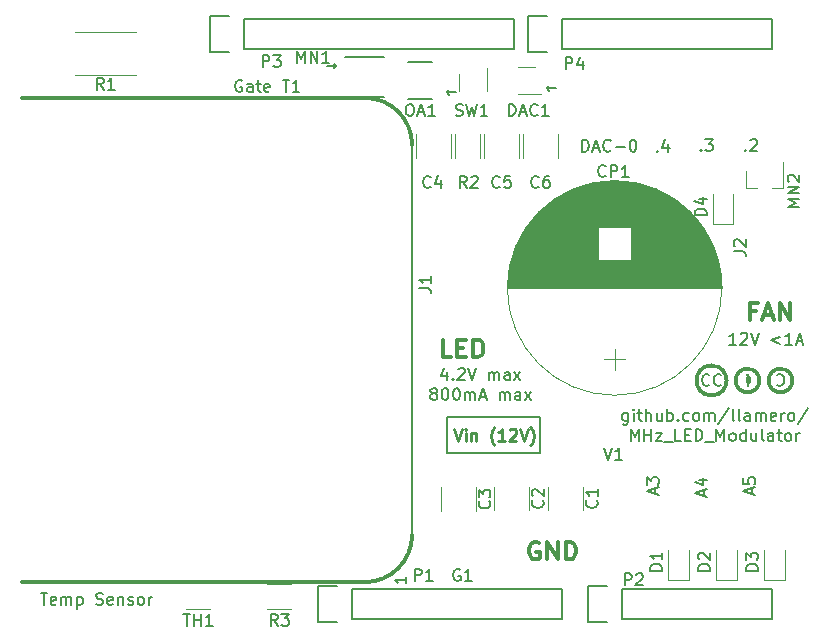
<source format=gto>
G04 #@! TF.GenerationSoftware,KiCad,Pcbnew,(2017-11-06 revision 9df4ae65e)-makepkg*
G04 #@! TF.CreationDate,2017-12-06T02:01:24-08:00*
G04 #@! TF.ProjectId,MHz_LED_Modulator,4D487A5F4C45445F4D6F64756C61746F,rev?*
G04 #@! TF.SameCoordinates,Original*
G04 #@! TF.FileFunction,Legend,Top*
G04 #@! TF.FilePolarity,Positive*
%FSLAX46Y46*%
G04 Gerber Fmt 4.6, Leading zero omitted, Abs format (unit mm)*
G04 Created by KiCad (PCBNEW (2017-11-06 revision 9df4ae65e)-makepkg) date 12/06/17 02:01:24*
%MOMM*%
%LPD*%
G01*
G04 APERTURE LIST*
%ADD10C,0.150000*%
%ADD11C,0.200000*%
%ADD12C,0.300000*%
%ADD13C,0.250000*%
%ADD14C,0.120000*%
%ADD15C,0.400000*%
%ADD16C,0.152400*%
G04 APERTURE END LIST*
D10*
X157525980Y-80162400D02*
X156764076Y-80162400D01*
X156954552Y-80352876D02*
X156764076Y-80162400D01*
X156954552Y-79971923D01*
D11*
X148272857Y-104193314D02*
X148272857Y-104859980D01*
X148034761Y-103812361D02*
X147796666Y-104526647D01*
X148415714Y-104526647D01*
X148796666Y-104764742D02*
X148844285Y-104812361D01*
X148796666Y-104859980D01*
X148749047Y-104812361D01*
X148796666Y-104764742D01*
X148796666Y-104859980D01*
X149225238Y-103955219D02*
X149272857Y-103907600D01*
X149368095Y-103859980D01*
X149606190Y-103859980D01*
X149701428Y-103907600D01*
X149749047Y-103955219D01*
X149796666Y-104050457D01*
X149796666Y-104145695D01*
X149749047Y-104288552D01*
X149177619Y-104859980D01*
X149796666Y-104859980D01*
X150082380Y-103859980D02*
X150415714Y-104859980D01*
X150749047Y-103859980D01*
X151844285Y-104859980D02*
X151844285Y-104193314D01*
X151844285Y-104288552D02*
X151891904Y-104240933D01*
X151987142Y-104193314D01*
X152130000Y-104193314D01*
X152225238Y-104240933D01*
X152272857Y-104336171D01*
X152272857Y-104859980D01*
X152272857Y-104336171D02*
X152320476Y-104240933D01*
X152415714Y-104193314D01*
X152558571Y-104193314D01*
X152653809Y-104240933D01*
X152701428Y-104336171D01*
X152701428Y-104859980D01*
X153606190Y-104859980D02*
X153606190Y-104336171D01*
X153558571Y-104240933D01*
X153463333Y-104193314D01*
X153272857Y-104193314D01*
X153177619Y-104240933D01*
X153606190Y-104812361D02*
X153510952Y-104859980D01*
X153272857Y-104859980D01*
X153177619Y-104812361D01*
X153130000Y-104717123D01*
X153130000Y-104621885D01*
X153177619Y-104526647D01*
X153272857Y-104479028D01*
X153510952Y-104479028D01*
X153606190Y-104431409D01*
X153987142Y-104859980D02*
X154510952Y-104193314D01*
X153987142Y-104193314D02*
X154510952Y-104859980D01*
X147082380Y-105988552D02*
X146987142Y-105940933D01*
X146939523Y-105893314D01*
X146891904Y-105798076D01*
X146891904Y-105750457D01*
X146939523Y-105655219D01*
X146987142Y-105607600D01*
X147082380Y-105559980D01*
X147272857Y-105559980D01*
X147368095Y-105607600D01*
X147415714Y-105655219D01*
X147463333Y-105750457D01*
X147463333Y-105798076D01*
X147415714Y-105893314D01*
X147368095Y-105940933D01*
X147272857Y-105988552D01*
X147082380Y-105988552D01*
X146987142Y-106036171D01*
X146939523Y-106083790D01*
X146891904Y-106179028D01*
X146891904Y-106369504D01*
X146939523Y-106464742D01*
X146987142Y-106512361D01*
X147082380Y-106559980D01*
X147272857Y-106559980D01*
X147368095Y-106512361D01*
X147415714Y-106464742D01*
X147463333Y-106369504D01*
X147463333Y-106179028D01*
X147415714Y-106083790D01*
X147368095Y-106036171D01*
X147272857Y-105988552D01*
X148082380Y-105559980D02*
X148177619Y-105559980D01*
X148272857Y-105607600D01*
X148320476Y-105655219D01*
X148368095Y-105750457D01*
X148415714Y-105940933D01*
X148415714Y-106179028D01*
X148368095Y-106369504D01*
X148320476Y-106464742D01*
X148272857Y-106512361D01*
X148177619Y-106559980D01*
X148082380Y-106559980D01*
X147987142Y-106512361D01*
X147939523Y-106464742D01*
X147891904Y-106369504D01*
X147844285Y-106179028D01*
X147844285Y-105940933D01*
X147891904Y-105750457D01*
X147939523Y-105655219D01*
X147987142Y-105607600D01*
X148082380Y-105559980D01*
X149034761Y-105559980D02*
X149130000Y-105559980D01*
X149225238Y-105607600D01*
X149272857Y-105655219D01*
X149320476Y-105750457D01*
X149368095Y-105940933D01*
X149368095Y-106179028D01*
X149320476Y-106369504D01*
X149272857Y-106464742D01*
X149225238Y-106512361D01*
X149130000Y-106559980D01*
X149034761Y-106559980D01*
X148939523Y-106512361D01*
X148891904Y-106464742D01*
X148844285Y-106369504D01*
X148796666Y-106179028D01*
X148796666Y-105940933D01*
X148844285Y-105750457D01*
X148891904Y-105655219D01*
X148939523Y-105607600D01*
X149034761Y-105559980D01*
X149796666Y-106559980D02*
X149796666Y-105893314D01*
X149796666Y-105988552D02*
X149844285Y-105940933D01*
X149939523Y-105893314D01*
X150082380Y-105893314D01*
X150177619Y-105940933D01*
X150225238Y-106036171D01*
X150225238Y-106559980D01*
X150225238Y-106036171D02*
X150272857Y-105940933D01*
X150368095Y-105893314D01*
X150510952Y-105893314D01*
X150606190Y-105940933D01*
X150653809Y-106036171D01*
X150653809Y-106559980D01*
X151082380Y-106274266D02*
X151558571Y-106274266D01*
X150987142Y-106559980D02*
X151320476Y-105559980D01*
X151653809Y-106559980D01*
X152749047Y-106559980D02*
X152749047Y-105893314D01*
X152749047Y-105988552D02*
X152796666Y-105940933D01*
X152891904Y-105893314D01*
X153034761Y-105893314D01*
X153130000Y-105940933D01*
X153177619Y-106036171D01*
X153177619Y-106559980D01*
X153177619Y-106036171D02*
X153225238Y-105940933D01*
X153320476Y-105893314D01*
X153463333Y-105893314D01*
X153558571Y-105940933D01*
X153606190Y-106036171D01*
X153606190Y-106559980D01*
X154510952Y-106559980D02*
X154510952Y-106036171D01*
X154463333Y-105940933D01*
X154368095Y-105893314D01*
X154177619Y-105893314D01*
X154082380Y-105940933D01*
X154510952Y-106512361D02*
X154415714Y-106559980D01*
X154177619Y-106559980D01*
X154082380Y-106512361D01*
X154034761Y-106417123D01*
X154034761Y-106321885D01*
X154082380Y-106226647D01*
X154177619Y-106179028D01*
X154415714Y-106179028D01*
X154510952Y-106131409D01*
X154891904Y-106559980D02*
X155415714Y-105893314D01*
X154891904Y-105893314D02*
X155415714Y-106559980D01*
X172761590Y-101874580D02*
X172190161Y-101874580D01*
X172475876Y-101874580D02*
X172475876Y-100874580D01*
X172380638Y-101017438D01*
X172285400Y-101112676D01*
X172190161Y-101160295D01*
X173142542Y-100969819D02*
X173190161Y-100922200D01*
X173285400Y-100874580D01*
X173523495Y-100874580D01*
X173618733Y-100922200D01*
X173666352Y-100969819D01*
X173713971Y-101065057D01*
X173713971Y-101160295D01*
X173666352Y-101303152D01*
X173094923Y-101874580D01*
X173713971Y-101874580D01*
X173999685Y-100874580D02*
X174333019Y-101874580D01*
X174666352Y-100874580D01*
X176523495Y-101207914D02*
X175761590Y-101493628D01*
X176523495Y-101779342D01*
X177523495Y-101874580D02*
X176952066Y-101874580D01*
X177237780Y-101874580D02*
X177237780Y-100874580D01*
X177142542Y-101017438D01*
X177047304Y-101112676D01*
X176952066Y-101160295D01*
X177904447Y-101588866D02*
X178380638Y-101588866D01*
X177809209Y-101874580D02*
X178142542Y-100874580D01*
X178475876Y-101874580D01*
X163608666Y-107647714D02*
X163608666Y-108457238D01*
X163561047Y-108552476D01*
X163513428Y-108600095D01*
X163418190Y-108647714D01*
X163275333Y-108647714D01*
X163180095Y-108600095D01*
X163608666Y-108266761D02*
X163513428Y-108314380D01*
X163322952Y-108314380D01*
X163227714Y-108266761D01*
X163180095Y-108219142D01*
X163132476Y-108123904D01*
X163132476Y-107838190D01*
X163180095Y-107742952D01*
X163227714Y-107695333D01*
X163322952Y-107647714D01*
X163513428Y-107647714D01*
X163608666Y-107695333D01*
X164084857Y-108314380D02*
X164084857Y-107647714D01*
X164084857Y-107314380D02*
X164037238Y-107362000D01*
X164084857Y-107409619D01*
X164132476Y-107362000D01*
X164084857Y-107314380D01*
X164084857Y-107409619D01*
X164418190Y-107647714D02*
X164799142Y-107647714D01*
X164561047Y-107314380D02*
X164561047Y-108171523D01*
X164608666Y-108266761D01*
X164703904Y-108314380D01*
X164799142Y-108314380D01*
X165132476Y-108314380D02*
X165132476Y-107314380D01*
X165561047Y-108314380D02*
X165561047Y-107790571D01*
X165513428Y-107695333D01*
X165418190Y-107647714D01*
X165275333Y-107647714D01*
X165180095Y-107695333D01*
X165132476Y-107742952D01*
X166465809Y-107647714D02*
X166465809Y-108314380D01*
X166037238Y-107647714D02*
X166037238Y-108171523D01*
X166084857Y-108266761D01*
X166180095Y-108314380D01*
X166322952Y-108314380D01*
X166418190Y-108266761D01*
X166465809Y-108219142D01*
X166942000Y-108314380D02*
X166942000Y-107314380D01*
X166942000Y-107695333D02*
X167037238Y-107647714D01*
X167227714Y-107647714D01*
X167322952Y-107695333D01*
X167370571Y-107742952D01*
X167418190Y-107838190D01*
X167418190Y-108123904D01*
X167370571Y-108219142D01*
X167322952Y-108266761D01*
X167227714Y-108314380D01*
X167037238Y-108314380D01*
X166942000Y-108266761D01*
X167846761Y-108219142D02*
X167894380Y-108266761D01*
X167846761Y-108314380D01*
X167799142Y-108266761D01*
X167846761Y-108219142D01*
X167846761Y-108314380D01*
X168751523Y-108266761D02*
X168656285Y-108314380D01*
X168465809Y-108314380D01*
X168370571Y-108266761D01*
X168322952Y-108219142D01*
X168275333Y-108123904D01*
X168275333Y-107838190D01*
X168322952Y-107742952D01*
X168370571Y-107695333D01*
X168465809Y-107647714D01*
X168656285Y-107647714D01*
X168751523Y-107695333D01*
X169322952Y-108314380D02*
X169227714Y-108266761D01*
X169180095Y-108219142D01*
X169132476Y-108123904D01*
X169132476Y-107838190D01*
X169180095Y-107742952D01*
X169227714Y-107695333D01*
X169322952Y-107647714D01*
X169465809Y-107647714D01*
X169561047Y-107695333D01*
X169608666Y-107742952D01*
X169656285Y-107838190D01*
X169656285Y-108123904D01*
X169608666Y-108219142D01*
X169561047Y-108266761D01*
X169465809Y-108314380D01*
X169322952Y-108314380D01*
X170084857Y-108314380D02*
X170084857Y-107647714D01*
X170084857Y-107742952D02*
X170132476Y-107695333D01*
X170227714Y-107647714D01*
X170370571Y-107647714D01*
X170465809Y-107695333D01*
X170513428Y-107790571D01*
X170513428Y-108314380D01*
X170513428Y-107790571D02*
X170561047Y-107695333D01*
X170656285Y-107647714D01*
X170799142Y-107647714D01*
X170894380Y-107695333D01*
X170942000Y-107790571D01*
X170942000Y-108314380D01*
X172132476Y-107266761D02*
X171275333Y-108552476D01*
X172608666Y-108314380D02*
X172513428Y-108266761D01*
X172465809Y-108171523D01*
X172465809Y-107314380D01*
X173132476Y-108314380D02*
X173037238Y-108266761D01*
X172989619Y-108171523D01*
X172989619Y-107314380D01*
X173942000Y-108314380D02*
X173942000Y-107790571D01*
X173894380Y-107695333D01*
X173799142Y-107647714D01*
X173608666Y-107647714D01*
X173513428Y-107695333D01*
X173942000Y-108266761D02*
X173846761Y-108314380D01*
X173608666Y-108314380D01*
X173513428Y-108266761D01*
X173465809Y-108171523D01*
X173465809Y-108076285D01*
X173513428Y-107981047D01*
X173608666Y-107933428D01*
X173846761Y-107933428D01*
X173942000Y-107885809D01*
X174418190Y-108314380D02*
X174418190Y-107647714D01*
X174418190Y-107742952D02*
X174465809Y-107695333D01*
X174561047Y-107647714D01*
X174703904Y-107647714D01*
X174799142Y-107695333D01*
X174846761Y-107790571D01*
X174846761Y-108314380D01*
X174846761Y-107790571D02*
X174894380Y-107695333D01*
X174989619Y-107647714D01*
X175132476Y-107647714D01*
X175227714Y-107695333D01*
X175275333Y-107790571D01*
X175275333Y-108314380D01*
X176132476Y-108266761D02*
X176037238Y-108314380D01*
X175846761Y-108314380D01*
X175751523Y-108266761D01*
X175703904Y-108171523D01*
X175703904Y-107790571D01*
X175751523Y-107695333D01*
X175846761Y-107647714D01*
X176037238Y-107647714D01*
X176132476Y-107695333D01*
X176180095Y-107790571D01*
X176180095Y-107885809D01*
X175703904Y-107981047D01*
X176608666Y-108314380D02*
X176608666Y-107647714D01*
X176608666Y-107838190D02*
X176656285Y-107742952D01*
X176703904Y-107695333D01*
X176799142Y-107647714D01*
X176894380Y-107647714D01*
X177370571Y-108314380D02*
X177275333Y-108266761D01*
X177227714Y-108219142D01*
X177180095Y-108123904D01*
X177180095Y-107838190D01*
X177227714Y-107742952D01*
X177275333Y-107695333D01*
X177370571Y-107647714D01*
X177513428Y-107647714D01*
X177608666Y-107695333D01*
X177656285Y-107742952D01*
X177703904Y-107838190D01*
X177703904Y-108123904D01*
X177656285Y-108219142D01*
X177608666Y-108266761D01*
X177513428Y-108314380D01*
X177370571Y-108314380D01*
X178846761Y-107266761D02*
X177989619Y-108552476D01*
X163870571Y-110014380D02*
X163870571Y-109014380D01*
X164203904Y-109728666D01*
X164537238Y-109014380D01*
X164537238Y-110014380D01*
X165013428Y-110014380D02*
X165013428Y-109014380D01*
X165013428Y-109490571D02*
X165584857Y-109490571D01*
X165584857Y-110014380D02*
X165584857Y-109014380D01*
X165965809Y-109347714D02*
X166489619Y-109347714D01*
X165965809Y-110014380D01*
X166489619Y-110014380D01*
X166632476Y-110109619D02*
X167394380Y-110109619D01*
X168108666Y-110014380D02*
X167632476Y-110014380D01*
X167632476Y-109014380D01*
X168442000Y-109490571D02*
X168775333Y-109490571D01*
X168918190Y-110014380D02*
X168442000Y-110014380D01*
X168442000Y-109014380D01*
X168918190Y-109014380D01*
X169346761Y-110014380D02*
X169346761Y-109014380D01*
X169584857Y-109014380D01*
X169727714Y-109062000D01*
X169822952Y-109157238D01*
X169870571Y-109252476D01*
X169918190Y-109442952D01*
X169918190Y-109585809D01*
X169870571Y-109776285D01*
X169822952Y-109871523D01*
X169727714Y-109966761D01*
X169584857Y-110014380D01*
X169346761Y-110014380D01*
X170108666Y-110109619D02*
X170870571Y-110109619D01*
X171108666Y-110014380D02*
X171108666Y-109014380D01*
X171442000Y-109728666D01*
X171775333Y-109014380D01*
X171775333Y-110014380D01*
X172394380Y-110014380D02*
X172299142Y-109966761D01*
X172251523Y-109919142D01*
X172203904Y-109823904D01*
X172203904Y-109538190D01*
X172251523Y-109442952D01*
X172299142Y-109395333D01*
X172394380Y-109347714D01*
X172537238Y-109347714D01*
X172632476Y-109395333D01*
X172680095Y-109442952D01*
X172727714Y-109538190D01*
X172727714Y-109823904D01*
X172680095Y-109919142D01*
X172632476Y-109966761D01*
X172537238Y-110014380D01*
X172394380Y-110014380D01*
X173584857Y-110014380D02*
X173584857Y-109014380D01*
X173584857Y-109966761D02*
X173489619Y-110014380D01*
X173299142Y-110014380D01*
X173203904Y-109966761D01*
X173156285Y-109919142D01*
X173108666Y-109823904D01*
X173108666Y-109538190D01*
X173156285Y-109442952D01*
X173203904Y-109395333D01*
X173299142Y-109347714D01*
X173489619Y-109347714D01*
X173584857Y-109395333D01*
X174489619Y-109347714D02*
X174489619Y-110014380D01*
X174061047Y-109347714D02*
X174061047Y-109871523D01*
X174108666Y-109966761D01*
X174203904Y-110014380D01*
X174346761Y-110014380D01*
X174442000Y-109966761D01*
X174489619Y-109919142D01*
X175108666Y-110014380D02*
X175013428Y-109966761D01*
X174965809Y-109871523D01*
X174965809Y-109014380D01*
X175918190Y-110014380D02*
X175918190Y-109490571D01*
X175870571Y-109395333D01*
X175775333Y-109347714D01*
X175584857Y-109347714D01*
X175489619Y-109395333D01*
X175918190Y-109966761D02*
X175822952Y-110014380D01*
X175584857Y-110014380D01*
X175489619Y-109966761D01*
X175442000Y-109871523D01*
X175442000Y-109776285D01*
X175489619Y-109681047D01*
X175584857Y-109633428D01*
X175822952Y-109633428D01*
X175918190Y-109585809D01*
X176251523Y-109347714D02*
X176632476Y-109347714D01*
X176394380Y-109014380D02*
X176394380Y-109871523D01*
X176442000Y-109966761D01*
X176537238Y-110014380D01*
X176632476Y-110014380D01*
X177108666Y-110014380D02*
X177013428Y-109966761D01*
X176965809Y-109919142D01*
X176918190Y-109823904D01*
X176918190Y-109538190D01*
X176965809Y-109442952D01*
X177013428Y-109395333D01*
X177108666Y-109347714D01*
X177251523Y-109347714D01*
X177346761Y-109395333D01*
X177394380Y-109442952D01*
X177442000Y-109538190D01*
X177442000Y-109823904D01*
X177394380Y-109919142D01*
X177346761Y-109966761D01*
X177251523Y-110014380D01*
X177108666Y-110014380D01*
X177870571Y-110014380D02*
X177870571Y-109347714D01*
X177870571Y-109538190D02*
X177918190Y-109442952D01*
X177965809Y-109395333D01*
X178061047Y-109347714D01*
X178156285Y-109347714D01*
D12*
X174426714Y-99029057D02*
X173926714Y-99029057D01*
X173926714Y-99814771D02*
X173926714Y-98314771D01*
X174641000Y-98314771D01*
X175141000Y-99386200D02*
X175855285Y-99386200D01*
X174998142Y-99814771D02*
X175498142Y-98314771D01*
X175998142Y-99814771D01*
X176498142Y-99814771D02*
X176498142Y-98314771D01*
X177355285Y-99814771D01*
X177355285Y-98314771D01*
X148667114Y-102938971D02*
X147952828Y-102938971D01*
X147952828Y-101438971D01*
X149167114Y-102153257D02*
X149667114Y-102153257D01*
X149881400Y-102938971D02*
X149167114Y-102938971D01*
X149167114Y-101438971D01*
X149881400Y-101438971D01*
X150524257Y-102938971D02*
X150524257Y-101438971D01*
X150881400Y-101438971D01*
X151095685Y-101510400D01*
X151238542Y-101653257D01*
X151309971Y-101796114D01*
X151381400Y-102081828D01*
X151381400Y-102296114D01*
X151309971Y-102581828D01*
X151238542Y-102724685D01*
X151095685Y-102867542D01*
X150881400Y-102938971D01*
X150524257Y-102938971D01*
D11*
X130921238Y-79510000D02*
X130826000Y-79462380D01*
X130683142Y-79462380D01*
X130540285Y-79510000D01*
X130445047Y-79605238D01*
X130397428Y-79700476D01*
X130349809Y-79890952D01*
X130349809Y-80033809D01*
X130397428Y-80224285D01*
X130445047Y-80319523D01*
X130540285Y-80414761D01*
X130683142Y-80462380D01*
X130778380Y-80462380D01*
X130921238Y-80414761D01*
X130968857Y-80367142D01*
X130968857Y-80033809D01*
X130778380Y-80033809D01*
X131826000Y-80462380D02*
X131826000Y-79938571D01*
X131778380Y-79843333D01*
X131683142Y-79795714D01*
X131492666Y-79795714D01*
X131397428Y-79843333D01*
X131826000Y-80414761D02*
X131730761Y-80462380D01*
X131492666Y-80462380D01*
X131397428Y-80414761D01*
X131349809Y-80319523D01*
X131349809Y-80224285D01*
X131397428Y-80129047D01*
X131492666Y-80081428D01*
X131730761Y-80081428D01*
X131826000Y-80033809D01*
X132159333Y-79795714D02*
X132540285Y-79795714D01*
X132302190Y-79462380D02*
X132302190Y-80319523D01*
X132349809Y-80414761D01*
X132445047Y-80462380D01*
X132540285Y-80462380D01*
X133254571Y-80414761D02*
X133159333Y-80462380D01*
X132968857Y-80462380D01*
X132873619Y-80414761D01*
X132826000Y-80319523D01*
X132826000Y-79938571D01*
X132873619Y-79843333D01*
X132968857Y-79795714D01*
X133159333Y-79795714D01*
X133254571Y-79843333D01*
X133302190Y-79938571D01*
X133302190Y-80033809D01*
X132826000Y-80129047D01*
X113879904Y-122896380D02*
X114451333Y-122896380D01*
X114165619Y-123896380D02*
X114165619Y-122896380D01*
X115165619Y-123848761D02*
X115070380Y-123896380D01*
X114879904Y-123896380D01*
X114784666Y-123848761D01*
X114737047Y-123753523D01*
X114737047Y-123372571D01*
X114784666Y-123277333D01*
X114879904Y-123229714D01*
X115070380Y-123229714D01*
X115165619Y-123277333D01*
X115213238Y-123372571D01*
X115213238Y-123467809D01*
X114737047Y-123563047D01*
X115641809Y-123896380D02*
X115641809Y-123229714D01*
X115641809Y-123324952D02*
X115689428Y-123277333D01*
X115784666Y-123229714D01*
X115927523Y-123229714D01*
X116022761Y-123277333D01*
X116070380Y-123372571D01*
X116070380Y-123896380D01*
X116070380Y-123372571D02*
X116118000Y-123277333D01*
X116213238Y-123229714D01*
X116356095Y-123229714D01*
X116451333Y-123277333D01*
X116498952Y-123372571D01*
X116498952Y-123896380D01*
X116975142Y-123229714D02*
X116975142Y-124229714D01*
X116975142Y-123277333D02*
X117070380Y-123229714D01*
X117260857Y-123229714D01*
X117356095Y-123277333D01*
X117403714Y-123324952D01*
X117451333Y-123420190D01*
X117451333Y-123705904D01*
X117403714Y-123801142D01*
X117356095Y-123848761D01*
X117260857Y-123896380D01*
X117070380Y-123896380D01*
X116975142Y-123848761D01*
X118594190Y-123848761D02*
X118737047Y-123896380D01*
X118975142Y-123896380D01*
X119070380Y-123848761D01*
X119118000Y-123801142D01*
X119165619Y-123705904D01*
X119165619Y-123610666D01*
X119118000Y-123515428D01*
X119070380Y-123467809D01*
X118975142Y-123420190D01*
X118784666Y-123372571D01*
X118689428Y-123324952D01*
X118641809Y-123277333D01*
X118594190Y-123182095D01*
X118594190Y-123086857D01*
X118641809Y-122991619D01*
X118689428Y-122944000D01*
X118784666Y-122896380D01*
X119022761Y-122896380D01*
X119165619Y-122944000D01*
X119975142Y-123848761D02*
X119879904Y-123896380D01*
X119689428Y-123896380D01*
X119594190Y-123848761D01*
X119546571Y-123753523D01*
X119546571Y-123372571D01*
X119594190Y-123277333D01*
X119689428Y-123229714D01*
X119879904Y-123229714D01*
X119975142Y-123277333D01*
X120022761Y-123372571D01*
X120022761Y-123467809D01*
X119546571Y-123563047D01*
X120451333Y-123229714D02*
X120451333Y-123896380D01*
X120451333Y-123324952D02*
X120498952Y-123277333D01*
X120594190Y-123229714D01*
X120737047Y-123229714D01*
X120832285Y-123277333D01*
X120879904Y-123372571D01*
X120879904Y-123896380D01*
X121308476Y-123848761D02*
X121403714Y-123896380D01*
X121594190Y-123896380D01*
X121689428Y-123848761D01*
X121737047Y-123753523D01*
X121737047Y-123705904D01*
X121689428Y-123610666D01*
X121594190Y-123563047D01*
X121451333Y-123563047D01*
X121356095Y-123515428D01*
X121308476Y-123420190D01*
X121308476Y-123372571D01*
X121356095Y-123277333D01*
X121451333Y-123229714D01*
X121594190Y-123229714D01*
X121689428Y-123277333D01*
X122308476Y-123896380D02*
X122213238Y-123848761D01*
X122165619Y-123801142D01*
X122118000Y-123705904D01*
X122118000Y-123420190D01*
X122165619Y-123324952D01*
X122213238Y-123277333D01*
X122308476Y-123229714D01*
X122451333Y-123229714D01*
X122546571Y-123277333D01*
X122594190Y-123324952D01*
X122641809Y-123420190D01*
X122641809Y-123705904D01*
X122594190Y-123801142D01*
X122546571Y-123848761D01*
X122451333Y-123896380D01*
X122308476Y-123896380D01*
X123070380Y-123896380D02*
X123070380Y-123229714D01*
X123070380Y-123420190D02*
X123118000Y-123324952D01*
X123165619Y-123277333D01*
X123260857Y-123229714D01*
X123356095Y-123229714D01*
D10*
X145288000Y-84988400D02*
X145288000Y-117932200D01*
D12*
X156083142Y-118630000D02*
X155940285Y-118558571D01*
X155726000Y-118558571D01*
X155511714Y-118630000D01*
X155368857Y-118772857D01*
X155297428Y-118915714D01*
X155226000Y-119201428D01*
X155226000Y-119415714D01*
X155297428Y-119701428D01*
X155368857Y-119844285D01*
X155511714Y-119987142D01*
X155726000Y-120058571D01*
X155868857Y-120058571D01*
X156083142Y-119987142D01*
X156154571Y-119915714D01*
X156154571Y-119415714D01*
X155868857Y-119415714D01*
X156797428Y-120058571D02*
X156797428Y-118558571D01*
X157654571Y-120058571D01*
X157654571Y-118558571D01*
X158368857Y-120058571D02*
X158368857Y-118558571D01*
X158726000Y-118558571D01*
X158940285Y-118630000D01*
X159083142Y-118772857D01*
X159154571Y-118915714D01*
X159226000Y-119201428D01*
X159226000Y-119415714D01*
X159154571Y-119701428D01*
X159083142Y-119844285D01*
X158940285Y-119987142D01*
X158726000Y-120058571D01*
X158368857Y-120058571D01*
X125222000Y-80975200D02*
X112268000Y-80975200D01*
X125222000Y-121970800D02*
X112268000Y-121970800D01*
D10*
X156143960Y-108021120D02*
X148269960Y-108021120D01*
X156143960Y-111069120D02*
X156143960Y-108021120D01*
X148269960Y-111069120D02*
X156143960Y-111069120D01*
X148269960Y-108021120D02*
X148269960Y-111069120D01*
D13*
X148881579Y-108997500D02*
X149214912Y-109997500D01*
X149548245Y-108997500D01*
X149881579Y-109997500D02*
X149881579Y-109330834D01*
X149881579Y-108997500D02*
X149833960Y-109045120D01*
X149881579Y-109092739D01*
X149929198Y-109045120D01*
X149881579Y-108997500D01*
X149881579Y-109092739D01*
X150357769Y-109330834D02*
X150357769Y-109997500D01*
X150357769Y-109426072D02*
X150405388Y-109378453D01*
X150500626Y-109330834D01*
X150643483Y-109330834D01*
X150738721Y-109378453D01*
X150786340Y-109473691D01*
X150786340Y-109997500D01*
X152310150Y-110378453D02*
X152262531Y-110330834D01*
X152167293Y-110187977D01*
X152119674Y-110092739D01*
X152072055Y-109949881D01*
X152024436Y-109711786D01*
X152024436Y-109521310D01*
X152072055Y-109283215D01*
X152119674Y-109140358D01*
X152167293Y-109045120D01*
X152262531Y-108902262D01*
X152310150Y-108854643D01*
X153214912Y-109997500D02*
X152643483Y-109997500D01*
X152929198Y-109997500D02*
X152929198Y-108997500D01*
X152833960Y-109140358D01*
X152738721Y-109235596D01*
X152643483Y-109283215D01*
X153595864Y-109092739D02*
X153643483Y-109045120D01*
X153738721Y-108997500D01*
X153976817Y-108997500D01*
X154072055Y-109045120D01*
X154119674Y-109092739D01*
X154167293Y-109187977D01*
X154167293Y-109283215D01*
X154119674Y-109426072D01*
X153548245Y-109997500D01*
X154167293Y-109997500D01*
X154453007Y-108997500D02*
X154786340Y-109997500D01*
X155119674Y-108997500D01*
X155357769Y-110378453D02*
X155405388Y-110330834D01*
X155500626Y-110187977D01*
X155548245Y-110092739D01*
X155595864Y-109949881D01*
X155643483Y-109711786D01*
X155643483Y-109521310D01*
X155595864Y-109283215D01*
X155548245Y-109140358D01*
X155500626Y-109045120D01*
X155405388Y-108902262D01*
X155357769Y-108854643D01*
D10*
X144851380Y-121507285D02*
X144851380Y-122078714D01*
X144851380Y-121793000D02*
X143851380Y-121793000D01*
X143994238Y-121888238D01*
X144089476Y-121983476D01*
X144137095Y-122078714D01*
D14*
X155741600Y-78342000D02*
X154341600Y-78342000D01*
X154341600Y-80662000D02*
X156241600Y-80662000D01*
D15*
X173736000Y-104702000D02*
X173736000Y-104952000D01*
D12*
X174736000Y-104902000D02*
G75*
G03X174736000Y-104902000I-1000000J0D01*
G01*
X177530000Y-104902000D02*
G75*
G03X177530000Y-104902000I-1000000J0D01*
G01*
X170688000Y-106172000D02*
G75*
G03X170688000Y-106172000I0J1270000D01*
G01*
D14*
X149335000Y-78954400D02*
X149335000Y-80354400D01*
X151655000Y-80354400D02*
X151655000Y-78454400D01*
D12*
X141341000Y-80973000D02*
X124841000Y-80973000D01*
X145341000Y-84973000D02*
G75*
G03X141341000Y-80973000I-4000000J0D01*
G01*
X141341000Y-121973000D02*
G75*
G03X145341000Y-117973000I0J4000000D01*
G01*
X141341000Y-121973000D02*
X124841000Y-121973000D01*
D14*
X135086600Y-124234600D02*
X133086600Y-124234600D01*
X133086600Y-122094600D02*
X135086600Y-122094600D01*
X126203200Y-122069200D02*
X128203200Y-122069200D01*
X128203200Y-124209200D02*
X126203200Y-124209200D01*
X151107800Y-84039200D02*
X151107800Y-86039200D01*
X148967800Y-86039200D02*
X148967800Y-84039200D01*
X154413400Y-86039200D02*
X154413400Y-84039200D01*
X151453400Y-84039200D02*
X151453400Y-86039200D01*
X148609500Y-86026500D02*
X148609500Y-84026500D01*
X145649500Y-84026500D02*
X145649500Y-86026500D01*
X150743100Y-115947700D02*
X150743100Y-113947700D01*
X147783100Y-113947700D02*
X147783100Y-115947700D01*
X156863600Y-113884200D02*
X156863600Y-115884200D01*
X159823600Y-115884200D02*
X159823600Y-113884200D01*
X155251600Y-115884200D02*
X155251600Y-113884200D01*
X152291600Y-113884200D02*
X152291600Y-115884200D01*
X154704600Y-84039200D02*
X154704600Y-86039200D01*
X157664600Y-86039200D02*
X157664600Y-84039200D01*
X175172000Y-121769000D02*
X176872000Y-121769000D01*
X176872000Y-121769000D02*
X176872000Y-119219000D01*
X175172000Y-121769000D02*
X175172000Y-119219000D01*
X171108000Y-121769000D02*
X171108000Y-119219000D01*
X172808000Y-121769000D02*
X172808000Y-119219000D01*
X171108000Y-121769000D02*
X172808000Y-121769000D01*
X167044000Y-121769000D02*
X168744000Y-121769000D01*
X168744000Y-121769000D02*
X168744000Y-119219000D01*
X167044000Y-121769000D02*
X167044000Y-119219000D01*
X170815900Y-91695400D02*
X170815900Y-89145400D01*
X172515900Y-91695400D02*
X172515900Y-89145400D01*
X170815900Y-91695400D02*
X172515900Y-91695400D01*
X121980000Y-79036000D02*
X116780000Y-79036000D01*
X116780000Y-75396000D02*
X121980000Y-75396000D01*
X161583800Y-103112600D02*
X163383800Y-103112600D01*
X162483800Y-104012600D02*
X162483800Y-102212600D01*
X162096800Y-87982600D02*
X162870800Y-87982600D01*
X161570800Y-88022600D02*
X163396800Y-88022600D01*
X161247800Y-88062600D02*
X163719800Y-88062600D01*
X160991800Y-88102600D02*
X163975800Y-88102600D01*
X160773800Y-88142600D02*
X164193800Y-88142600D01*
X160580800Y-88182600D02*
X164386800Y-88182600D01*
X160405800Y-88222600D02*
X164561800Y-88222600D01*
X160245800Y-88262600D02*
X164721800Y-88262600D01*
X160095800Y-88302600D02*
X164871800Y-88302600D01*
X159955800Y-88342600D02*
X165011800Y-88342600D01*
X159823800Y-88382600D02*
X165143800Y-88382600D01*
X159698800Y-88422600D02*
X165268800Y-88422600D01*
X159578800Y-88462600D02*
X165388800Y-88462600D01*
X159464800Y-88502600D02*
X165502800Y-88502600D01*
X159354800Y-88542600D02*
X165612800Y-88542600D01*
X159249800Y-88582600D02*
X165717800Y-88582600D01*
X159147800Y-88622600D02*
X165819800Y-88622600D01*
X159049800Y-88662600D02*
X165917800Y-88662600D01*
X158953800Y-88702600D02*
X166013800Y-88702600D01*
X158861800Y-88742600D02*
X166105800Y-88742600D01*
X158772800Y-88782600D02*
X166194800Y-88782600D01*
X158684800Y-88822600D02*
X166282800Y-88822600D01*
X158600800Y-88862600D02*
X166366800Y-88862600D01*
X158517800Y-88901600D02*
X166449800Y-88901600D01*
X158437800Y-88941600D02*
X166529800Y-88941600D01*
X158358800Y-88981600D02*
X166608800Y-88981600D01*
X158281800Y-89021600D02*
X166685800Y-89021600D01*
X158206800Y-89061600D02*
X166760800Y-89061600D01*
X158133800Y-89101600D02*
X166833800Y-89101600D01*
X158061800Y-89141600D02*
X166905800Y-89141600D01*
X157991800Y-89181600D02*
X166975800Y-89181600D01*
X157922800Y-89221600D02*
X167044800Y-89221600D01*
X157855800Y-89261600D02*
X167111800Y-89261600D01*
X157789800Y-89301600D02*
X167177800Y-89301600D01*
X157724800Y-89341600D02*
X167242800Y-89341600D01*
X157660800Y-89381600D02*
X167306800Y-89381600D01*
X157597800Y-89421600D02*
X167369800Y-89421600D01*
X157536800Y-89461600D02*
X167430800Y-89461600D01*
X157475800Y-89501600D02*
X167491800Y-89501600D01*
X157416800Y-89541600D02*
X167550800Y-89541600D01*
X157357800Y-89581600D02*
X167609800Y-89581600D01*
X157300800Y-89621600D02*
X167666800Y-89621600D01*
X157243800Y-89661600D02*
X167723800Y-89661600D01*
X157188800Y-89701600D02*
X167778800Y-89701600D01*
X157133800Y-89741600D02*
X167833800Y-89741600D01*
X157079800Y-89781600D02*
X167887800Y-89781600D01*
X157026800Y-89821600D02*
X167940800Y-89821600D01*
X156974800Y-89861600D02*
X167992800Y-89861600D01*
X156922800Y-89901600D02*
X168044800Y-89901600D01*
X156872800Y-89941600D02*
X168094800Y-89941600D01*
X156821800Y-89981600D02*
X168145800Y-89981600D01*
X156772800Y-90021600D02*
X168194800Y-90021600D01*
X156724800Y-90061600D02*
X168242800Y-90061600D01*
X156676800Y-90101600D02*
X168290800Y-90101600D01*
X156628800Y-90141600D02*
X168338800Y-90141600D01*
X156582800Y-90181600D02*
X168384800Y-90181600D01*
X156536800Y-90221600D02*
X168430800Y-90221600D01*
X156490800Y-90261600D02*
X168476800Y-90261600D01*
X156445800Y-90301600D02*
X168521800Y-90301600D01*
X156401800Y-90341600D02*
X168565800Y-90341600D01*
X156358800Y-90381600D02*
X168608800Y-90381600D01*
X156315800Y-90421600D02*
X168651800Y-90421600D01*
X156272800Y-90461600D02*
X168694800Y-90461600D01*
X156230800Y-90501600D02*
X168736800Y-90501600D01*
X156189800Y-90541600D02*
X168777800Y-90541600D01*
X156148800Y-90581600D02*
X168818800Y-90581600D01*
X156107800Y-90621600D02*
X168859800Y-90621600D01*
X156067800Y-90661600D02*
X168899800Y-90661600D01*
X156028800Y-90701600D02*
X168938800Y-90701600D01*
X155989800Y-90741600D02*
X168977800Y-90741600D01*
X155951800Y-90781600D02*
X169015800Y-90781600D01*
X155913800Y-90821600D02*
X169053800Y-90821600D01*
X155875800Y-90861600D02*
X169091800Y-90861600D01*
X155838800Y-90901600D02*
X169128800Y-90901600D01*
X155801800Y-90941600D02*
X169165800Y-90941600D01*
X155765800Y-90981600D02*
X169201800Y-90981600D01*
X155729800Y-91021600D02*
X169237800Y-91021600D01*
X155694800Y-91061600D02*
X169272800Y-91061600D01*
X155659800Y-91101600D02*
X169307800Y-91101600D01*
X155625800Y-91141600D02*
X169341800Y-91141600D01*
X155590800Y-91181600D02*
X169376800Y-91181600D01*
X155557800Y-91221600D02*
X169409800Y-91221600D01*
X155523800Y-91261600D02*
X169443800Y-91261600D01*
X155490800Y-91301600D02*
X169476800Y-91301600D01*
X155458800Y-91341600D02*
X169508800Y-91341600D01*
X155426800Y-91381600D02*
X169540800Y-91381600D01*
X155394800Y-91421600D02*
X169572800Y-91421600D01*
X155362800Y-91461600D02*
X169604800Y-91461600D01*
X155331800Y-91501600D02*
X169635800Y-91501600D01*
X155300800Y-91541600D02*
X169666800Y-91541600D01*
X155270800Y-91581600D02*
X169696800Y-91581600D01*
X155240800Y-91621600D02*
X169726800Y-91621600D01*
X155210800Y-91661600D02*
X169756800Y-91661600D01*
X155181800Y-91701600D02*
X169785800Y-91701600D01*
X155152800Y-91741600D02*
X169814800Y-91741600D01*
X155123800Y-91781600D02*
X169843800Y-91781600D01*
X155095800Y-91821600D02*
X169871800Y-91821600D01*
X155067800Y-91861600D02*
X169899800Y-91861600D01*
X155039800Y-91901600D02*
X169927800Y-91901600D01*
X163863800Y-91941600D02*
X169954800Y-91941600D01*
X155012800Y-91941600D02*
X161103800Y-91941600D01*
X163863800Y-91981600D02*
X169982800Y-91981600D01*
X154984800Y-91981600D02*
X161103800Y-91981600D01*
X163863800Y-92021600D02*
X170008800Y-92021600D01*
X154958800Y-92021600D02*
X161103800Y-92021600D01*
X163863800Y-92061600D02*
X170035800Y-92061600D01*
X154931800Y-92061600D02*
X161103800Y-92061600D01*
X163863800Y-92101600D02*
X170061800Y-92101600D01*
X154905800Y-92101600D02*
X161103800Y-92101600D01*
X163863800Y-92141600D02*
X170087800Y-92141600D01*
X154879800Y-92141600D02*
X161103800Y-92141600D01*
X163863800Y-92181600D02*
X170113800Y-92181600D01*
X154853800Y-92181600D02*
X161103800Y-92181600D01*
X163863800Y-92221600D02*
X170138800Y-92221600D01*
X154828800Y-92221600D02*
X161103800Y-92221600D01*
X163863800Y-92261600D02*
X170163800Y-92261600D01*
X154803800Y-92261600D02*
X161103800Y-92261600D01*
X163863800Y-92301600D02*
X170188800Y-92301600D01*
X154778800Y-92301600D02*
X161103800Y-92301600D01*
X163863800Y-92341600D02*
X170212800Y-92341600D01*
X154754800Y-92341600D02*
X161103800Y-92341600D01*
X163863800Y-92381600D02*
X170236800Y-92381600D01*
X154730800Y-92381600D02*
X161103800Y-92381600D01*
X163863800Y-92421600D02*
X170260800Y-92421600D01*
X154706800Y-92421600D02*
X161103800Y-92421600D01*
X163863800Y-92461600D02*
X170284800Y-92461600D01*
X154682800Y-92461600D02*
X161103800Y-92461600D01*
X163863800Y-92501600D02*
X170307800Y-92501600D01*
X154659800Y-92501600D02*
X161103800Y-92501600D01*
X163863800Y-92541600D02*
X170330800Y-92541600D01*
X154636800Y-92541600D02*
X161103800Y-92541600D01*
X163863800Y-92581600D02*
X170353800Y-92581600D01*
X154613800Y-92581600D02*
X161103800Y-92581600D01*
X163863800Y-92621600D02*
X170375800Y-92621600D01*
X154591800Y-92621600D02*
X161103800Y-92621600D01*
X163863800Y-92661600D02*
X170398800Y-92661600D01*
X154568800Y-92661600D02*
X161103800Y-92661600D01*
X163863800Y-92701600D02*
X170420800Y-92701600D01*
X154546800Y-92701600D02*
X161103800Y-92701600D01*
X163863800Y-92741600D02*
X170441800Y-92741600D01*
X154525800Y-92741600D02*
X161103800Y-92741600D01*
X163863800Y-92781600D02*
X170463800Y-92781600D01*
X154503800Y-92781600D02*
X161103800Y-92781600D01*
X163863800Y-92821600D02*
X170484800Y-92821600D01*
X154482800Y-92821600D02*
X161103800Y-92821600D01*
X163863800Y-92861600D02*
X170505800Y-92861600D01*
X154461800Y-92861600D02*
X161103800Y-92861600D01*
X163863800Y-92901600D02*
X170526800Y-92901600D01*
X154440800Y-92901600D02*
X161103800Y-92901600D01*
X163863800Y-92941600D02*
X170546800Y-92941600D01*
X154420800Y-92941600D02*
X161103800Y-92941600D01*
X163863800Y-92981600D02*
X170566800Y-92981600D01*
X154400800Y-92981600D02*
X161103800Y-92981600D01*
X163863800Y-93021600D02*
X170586800Y-93021600D01*
X154380800Y-93021600D02*
X161103800Y-93021600D01*
X163863800Y-93061600D02*
X170606800Y-93061600D01*
X154360800Y-93061600D02*
X161103800Y-93061600D01*
X163863800Y-93101600D02*
X170626800Y-93101600D01*
X154340800Y-93101600D02*
X161103800Y-93101600D01*
X163863800Y-93141600D02*
X170645800Y-93141600D01*
X154321800Y-93141600D02*
X161103800Y-93141600D01*
X163863800Y-93181600D02*
X170664800Y-93181600D01*
X154302800Y-93181600D02*
X161103800Y-93181600D01*
X163863800Y-93221600D02*
X170683800Y-93221600D01*
X154283800Y-93221600D02*
X161103800Y-93221600D01*
X163863800Y-93261600D02*
X170701800Y-93261600D01*
X154265800Y-93261600D02*
X161103800Y-93261600D01*
X163863800Y-93301600D02*
X170719800Y-93301600D01*
X154247800Y-93301600D02*
X161103800Y-93301600D01*
X163863800Y-93341600D02*
X170737800Y-93341600D01*
X154229800Y-93341600D02*
X161103800Y-93341600D01*
X163863800Y-93381600D02*
X170755800Y-93381600D01*
X154211800Y-93381600D02*
X161103800Y-93381600D01*
X163863800Y-93421600D02*
X170773800Y-93421600D01*
X154193800Y-93421600D02*
X161103800Y-93421600D01*
X163863800Y-93461600D02*
X170790800Y-93461600D01*
X154176800Y-93461600D02*
X161103800Y-93461600D01*
X163863800Y-93501600D02*
X170807800Y-93501600D01*
X154159800Y-93501600D02*
X161103800Y-93501600D01*
X163863800Y-93541600D02*
X170824800Y-93541600D01*
X154142800Y-93541600D02*
X161103800Y-93541600D01*
X163863800Y-93581600D02*
X170841800Y-93581600D01*
X154125800Y-93581600D02*
X161103800Y-93581600D01*
X163863800Y-93621600D02*
X170857800Y-93621600D01*
X154109800Y-93621600D02*
X161103800Y-93621600D01*
X163863800Y-93661600D02*
X170874800Y-93661600D01*
X154092800Y-93661600D02*
X161103800Y-93661600D01*
X163863800Y-93701600D02*
X170890800Y-93701600D01*
X154076800Y-93701600D02*
X161103800Y-93701600D01*
X163863800Y-93741600D02*
X170906800Y-93741600D01*
X154060800Y-93741600D02*
X161103800Y-93741600D01*
X163863800Y-93781600D02*
X170921800Y-93781600D01*
X154045800Y-93781600D02*
X161103800Y-93781600D01*
X163863800Y-93821600D02*
X170936800Y-93821600D01*
X154030800Y-93821600D02*
X161103800Y-93821600D01*
X163863800Y-93861600D02*
X170952800Y-93861600D01*
X154014800Y-93861600D02*
X161103800Y-93861600D01*
X163863800Y-93901600D02*
X170967800Y-93901600D01*
X153999800Y-93901600D02*
X161103800Y-93901600D01*
X163863800Y-93941600D02*
X170981800Y-93941600D01*
X153985800Y-93941600D02*
X161103800Y-93941600D01*
X163863800Y-93981600D02*
X170996800Y-93981600D01*
X153970800Y-93981600D02*
X161103800Y-93981600D01*
X163863800Y-94021600D02*
X171010800Y-94021600D01*
X153956800Y-94021600D02*
X161103800Y-94021600D01*
X163863800Y-94061600D02*
X171024800Y-94061600D01*
X153942800Y-94061600D02*
X161103800Y-94061600D01*
X163863800Y-94101600D02*
X171038800Y-94101600D01*
X153928800Y-94101600D02*
X161103800Y-94101600D01*
X163863800Y-94141600D02*
X171052800Y-94141600D01*
X153914800Y-94141600D02*
X161103800Y-94141600D01*
X163863800Y-94181600D02*
X171065800Y-94181600D01*
X153901800Y-94181600D02*
X161103800Y-94181600D01*
X163863800Y-94221600D02*
X171078800Y-94221600D01*
X153888800Y-94221600D02*
X161103800Y-94221600D01*
X163863800Y-94261600D02*
X171092800Y-94261600D01*
X153874800Y-94261600D02*
X161103800Y-94261600D01*
X163863800Y-94301600D02*
X171104800Y-94301600D01*
X153862800Y-94301600D02*
X161103800Y-94301600D01*
X163863800Y-94341600D02*
X171117800Y-94341600D01*
X153849800Y-94341600D02*
X161103800Y-94341600D01*
X163863800Y-94381600D02*
X171129800Y-94381600D01*
X153837800Y-94381600D02*
X161103800Y-94381600D01*
X163863800Y-94421600D02*
X171142800Y-94421600D01*
X153824800Y-94421600D02*
X161103800Y-94421600D01*
X163863800Y-94461600D02*
X171154800Y-94461600D01*
X153812800Y-94461600D02*
X161103800Y-94461600D01*
X163863800Y-94501600D02*
X171166800Y-94501600D01*
X153800800Y-94501600D02*
X161103800Y-94501600D01*
X163863800Y-94541600D02*
X171177800Y-94541600D01*
X153789800Y-94541600D02*
X161103800Y-94541600D01*
X163863800Y-94581600D02*
X171189800Y-94581600D01*
X153777800Y-94581600D02*
X161103800Y-94581600D01*
X163863800Y-94621600D02*
X171200800Y-94621600D01*
X153766800Y-94621600D02*
X161103800Y-94621600D01*
X163863800Y-94661600D02*
X171211800Y-94661600D01*
X153755800Y-94661600D02*
X161103800Y-94661600D01*
X153744800Y-94701600D02*
X171222800Y-94701600D01*
X153734800Y-94741600D02*
X171232800Y-94741600D01*
X153723800Y-94781600D02*
X171243800Y-94781600D01*
X153713800Y-94821600D02*
X171253800Y-94821600D01*
X153703800Y-94861600D02*
X171263800Y-94861600D01*
X153693800Y-94901600D02*
X171273800Y-94901600D01*
X153683800Y-94941600D02*
X171283800Y-94941600D01*
X153674800Y-94981600D02*
X171292800Y-94981600D01*
X153664800Y-95021600D02*
X171302800Y-95021600D01*
X153655800Y-95061600D02*
X171311800Y-95061600D01*
X153646800Y-95101600D02*
X171320800Y-95101600D01*
X153638800Y-95141600D02*
X171328800Y-95141600D01*
X153629800Y-95181600D02*
X171337800Y-95181600D01*
X153621800Y-95221600D02*
X171345800Y-95221600D01*
X153613800Y-95261600D02*
X171353800Y-95261600D01*
X153605800Y-95301600D02*
X171361800Y-95301600D01*
X153597800Y-95341600D02*
X171369800Y-95341600D01*
X153589800Y-95381600D02*
X171377800Y-95381600D01*
X153582800Y-95421600D02*
X171384800Y-95421600D01*
X153574800Y-95461600D02*
X171392800Y-95461600D01*
X153567800Y-95501600D02*
X171399800Y-95501600D01*
X153560800Y-95541600D02*
X171406800Y-95541600D01*
X153554800Y-95581600D02*
X171412800Y-95581600D01*
X153547800Y-95621600D02*
X171419800Y-95621600D01*
X153541800Y-95661600D02*
X171425800Y-95661600D01*
X153535800Y-95701600D02*
X171431800Y-95701600D01*
X153529800Y-95741600D02*
X171437800Y-95741600D01*
X153523800Y-95781600D02*
X171443800Y-95781600D01*
X153517800Y-95821600D02*
X171449800Y-95821600D01*
X153512800Y-95861600D02*
X171454800Y-95861600D01*
X153507800Y-95901600D02*
X171459800Y-95901600D01*
X153502800Y-95941600D02*
X171464800Y-95941600D01*
X153497800Y-95981600D02*
X171469800Y-95981600D01*
X153492800Y-96021600D02*
X171474800Y-96021600D01*
X153488800Y-96061600D02*
X171478800Y-96061600D01*
X153483800Y-96101600D02*
X171483800Y-96101600D01*
X153479800Y-96141600D02*
X171487800Y-96141600D01*
X153475800Y-96181600D02*
X171491800Y-96181600D01*
X153471800Y-96221600D02*
X171495800Y-96221600D01*
X153468800Y-96261600D02*
X171498800Y-96261600D01*
X153464800Y-96301600D02*
X171502800Y-96301600D01*
X153461800Y-96341600D02*
X171505800Y-96341600D01*
X153458800Y-96382600D02*
X171508800Y-96382600D01*
X153455800Y-96422600D02*
X171511800Y-96422600D01*
X153452800Y-96462600D02*
X171514800Y-96462600D01*
X153450800Y-96502600D02*
X171516800Y-96502600D01*
X153447800Y-96542600D02*
X171519800Y-96542600D01*
X153445800Y-96582600D02*
X171521800Y-96582600D01*
X153443800Y-96622600D02*
X171523800Y-96622600D01*
X153441800Y-96662600D02*
X171525800Y-96662600D01*
X153440800Y-96702600D02*
X171526800Y-96702600D01*
X153438800Y-96742600D02*
X171528800Y-96742600D01*
X153437800Y-96782600D02*
X171529800Y-96782600D01*
X153436800Y-96822600D02*
X171530800Y-96822600D01*
X153435800Y-96862600D02*
X171531800Y-96862600D01*
X153434800Y-96902600D02*
X171532800Y-96902600D01*
X153433800Y-96942600D02*
X171533800Y-96942600D01*
X153433800Y-96982600D02*
X171533800Y-96982600D01*
X153433800Y-97022600D02*
X171533800Y-97022600D01*
X153433800Y-97062600D02*
X171533800Y-97062600D01*
X171573800Y-97062600D02*
G75*
G03X171573800Y-97062600I-9090000J0D01*
G01*
D16*
X147027900Y-77927200D02*
X145021300Y-77927200D01*
X145021300Y-81076800D02*
X147027900Y-81076800D01*
D14*
X173603800Y-88605900D02*
X173603800Y-87145900D01*
X176763800Y-88605900D02*
X176763800Y-86445900D01*
X176763800Y-88605900D02*
X175833800Y-88605900D01*
X173603800Y-88605900D02*
X174533800Y-88605900D01*
D10*
X139624800Y-80897200D02*
X142924800Y-80897200D01*
X139624800Y-77497200D02*
X142924800Y-77497200D01*
X140208000Y-125095000D02*
X157988000Y-125095000D01*
X157988000Y-125095000D02*
X157988000Y-122555000D01*
X157988000Y-122555000D02*
X140208000Y-122555000D01*
X137388000Y-125375000D02*
X138938000Y-125375000D01*
X140208000Y-125095000D02*
X140208000Y-122555000D01*
X138938000Y-122275000D02*
X137388000Y-122275000D01*
X137388000Y-122275000D02*
X137388000Y-125375000D01*
X163068000Y-125095000D02*
X175768000Y-125095000D01*
X175768000Y-125095000D02*
X175768000Y-122555000D01*
X175768000Y-122555000D02*
X163068000Y-122555000D01*
X160248000Y-125375000D02*
X161798000Y-125375000D01*
X163068000Y-125095000D02*
X163068000Y-122555000D01*
X161798000Y-122275000D02*
X160248000Y-122275000D01*
X160248000Y-122275000D02*
X160248000Y-125375000D01*
X131064000Y-76835000D02*
X153924000Y-76835000D01*
X153924000Y-76835000D02*
X153924000Y-74295000D01*
X153924000Y-74295000D02*
X131064000Y-74295000D01*
X128244000Y-77115000D02*
X129794000Y-77115000D01*
X131064000Y-76835000D02*
X131064000Y-74295000D01*
X129794000Y-74015000D02*
X128244000Y-74015000D01*
X128244000Y-74015000D02*
X128244000Y-77115000D01*
X157988000Y-76835000D02*
X175768000Y-76835000D01*
X175768000Y-76835000D02*
X175768000Y-74295000D01*
X175768000Y-74295000D02*
X157988000Y-74295000D01*
X155168000Y-77115000D02*
X156718000Y-77115000D01*
X157988000Y-76835000D02*
X157988000Y-74295000D01*
X156718000Y-74015000D02*
X155168000Y-74015000D01*
X155168000Y-74015000D02*
X155168000Y-77115000D01*
X153527333Y-82494380D02*
X153527333Y-81494380D01*
X153765428Y-81494380D01*
X153908285Y-81542000D01*
X154003523Y-81637238D01*
X154051142Y-81732476D01*
X154098761Y-81922952D01*
X154098761Y-82065809D01*
X154051142Y-82256285D01*
X154003523Y-82351523D01*
X153908285Y-82446761D01*
X153765428Y-82494380D01*
X153527333Y-82494380D01*
X154479714Y-82208666D02*
X154955904Y-82208666D01*
X154384476Y-82494380D02*
X154717809Y-81494380D01*
X155051142Y-82494380D01*
X155955904Y-82399142D02*
X155908285Y-82446761D01*
X155765428Y-82494380D01*
X155670190Y-82494380D01*
X155527333Y-82446761D01*
X155432095Y-82351523D01*
X155384476Y-82256285D01*
X155336857Y-82065809D01*
X155336857Y-81922952D01*
X155384476Y-81732476D01*
X155432095Y-81637238D01*
X155527333Y-81542000D01*
X155670190Y-81494380D01*
X155765428Y-81494380D01*
X155908285Y-81542000D01*
X155955904Y-81589619D01*
X156908285Y-82494380D02*
X156336857Y-82494380D01*
X156622571Y-82494380D02*
X156622571Y-81494380D01*
X156527333Y-81637238D01*
X156432095Y-81732476D01*
X156336857Y-81780095D01*
X173736000Y-105354380D02*
X173736000Y-104687714D01*
X173736000Y-104354380D02*
X173688380Y-104402000D01*
X173736000Y-104449619D01*
X173783619Y-104402000D01*
X173736000Y-104354380D01*
X173736000Y-104449619D01*
X176220476Y-104449619D02*
X176268095Y-104402000D01*
X176410952Y-104354380D01*
X176506190Y-104354380D01*
X176649047Y-104402000D01*
X176744285Y-104497238D01*
X176791904Y-104592476D01*
X176839523Y-104782952D01*
X176839523Y-104925809D01*
X176791904Y-105116285D01*
X176744285Y-105211523D01*
X176649047Y-105306761D01*
X176506190Y-105354380D01*
X176410952Y-105354380D01*
X176268095Y-105306761D01*
X176220476Y-105259142D01*
X170497523Y-105259142D02*
X170449904Y-105306761D01*
X170307047Y-105354380D01*
X170211809Y-105354380D01*
X170068952Y-105306761D01*
X169973714Y-105211523D01*
X169926095Y-105116285D01*
X169878476Y-104925809D01*
X169878476Y-104782952D01*
X169926095Y-104592476D01*
X169973714Y-104497238D01*
X170068952Y-104402000D01*
X170211809Y-104354380D01*
X170307047Y-104354380D01*
X170449904Y-104402000D01*
X170497523Y-104449619D01*
X171497523Y-105259142D02*
X171449904Y-105306761D01*
X171307047Y-105354380D01*
X171211809Y-105354380D01*
X171068952Y-105306761D01*
X170973714Y-105211523D01*
X170926095Y-105116285D01*
X170878476Y-104925809D01*
X170878476Y-104782952D01*
X170926095Y-104592476D01*
X170973714Y-104497238D01*
X171068952Y-104402000D01*
X171211809Y-104354380D01*
X171307047Y-104354380D01*
X171449904Y-104402000D01*
X171497523Y-104449619D01*
X149034666Y-82446761D02*
X149177523Y-82494380D01*
X149415619Y-82494380D01*
X149510857Y-82446761D01*
X149558476Y-82399142D01*
X149606095Y-82303904D01*
X149606095Y-82208666D01*
X149558476Y-82113428D01*
X149510857Y-82065809D01*
X149415619Y-82018190D01*
X149225142Y-81970571D01*
X149129904Y-81922952D01*
X149082285Y-81875333D01*
X149034666Y-81780095D01*
X149034666Y-81684857D01*
X149082285Y-81589619D01*
X149129904Y-81542000D01*
X149225142Y-81494380D01*
X149463238Y-81494380D01*
X149606095Y-81542000D01*
X149939428Y-81494380D02*
X150177523Y-82494380D01*
X150368000Y-81780095D01*
X150558476Y-82494380D01*
X150796571Y-81494380D01*
X151701333Y-82494380D02*
X151129904Y-82494380D01*
X151415619Y-82494380D02*
X151415619Y-81494380D01*
X151320380Y-81637238D01*
X151225142Y-81732476D01*
X151129904Y-81780095D01*
X133945333Y-125674380D02*
X133612000Y-125198190D01*
X133373904Y-125674380D02*
X133373904Y-124674380D01*
X133754857Y-124674380D01*
X133850095Y-124722000D01*
X133897714Y-124769619D01*
X133945333Y-124864857D01*
X133945333Y-125007714D01*
X133897714Y-125102952D01*
X133850095Y-125150571D01*
X133754857Y-125198190D01*
X133373904Y-125198190D01*
X134278666Y-124674380D02*
X134897714Y-124674380D01*
X134564380Y-125055333D01*
X134707238Y-125055333D01*
X134802476Y-125102952D01*
X134850095Y-125150571D01*
X134897714Y-125245809D01*
X134897714Y-125483904D01*
X134850095Y-125579142D01*
X134802476Y-125626761D01*
X134707238Y-125674380D01*
X134421523Y-125674380D01*
X134326285Y-125626761D01*
X134278666Y-125579142D01*
X125968285Y-124674380D02*
X126539714Y-124674380D01*
X126254000Y-125674380D02*
X126254000Y-124674380D01*
X126873047Y-125674380D02*
X126873047Y-124674380D01*
X126873047Y-125150571D02*
X127444476Y-125150571D01*
X127444476Y-125674380D02*
X127444476Y-124674380D01*
X128444476Y-125674380D02*
X127873047Y-125674380D01*
X128158761Y-125674380D02*
X128158761Y-124674380D01*
X128063523Y-124817238D01*
X127968285Y-124912476D01*
X127873047Y-124960095D01*
X149947333Y-88590380D02*
X149614000Y-88114190D01*
X149375904Y-88590380D02*
X149375904Y-87590380D01*
X149756857Y-87590380D01*
X149852095Y-87638000D01*
X149899714Y-87685619D01*
X149947333Y-87780857D01*
X149947333Y-87923714D01*
X149899714Y-88018952D01*
X149852095Y-88066571D01*
X149756857Y-88114190D01*
X149375904Y-88114190D01*
X150328285Y-87685619D02*
X150375904Y-87638000D01*
X150471142Y-87590380D01*
X150709238Y-87590380D01*
X150804476Y-87638000D01*
X150852095Y-87685619D01*
X150899714Y-87780857D01*
X150899714Y-87876095D01*
X150852095Y-88018952D01*
X150280666Y-88590380D01*
X150899714Y-88590380D01*
X152741333Y-88495142D02*
X152693714Y-88542761D01*
X152550857Y-88590380D01*
X152455619Y-88590380D01*
X152312761Y-88542761D01*
X152217523Y-88447523D01*
X152169904Y-88352285D01*
X152122285Y-88161809D01*
X152122285Y-88018952D01*
X152169904Y-87828476D01*
X152217523Y-87733238D01*
X152312761Y-87638000D01*
X152455619Y-87590380D01*
X152550857Y-87590380D01*
X152693714Y-87638000D01*
X152741333Y-87685619D01*
X153646095Y-87590380D02*
X153169904Y-87590380D01*
X153122285Y-88066571D01*
X153169904Y-88018952D01*
X153265142Y-87971333D01*
X153503238Y-87971333D01*
X153598476Y-88018952D01*
X153646095Y-88066571D01*
X153693714Y-88161809D01*
X153693714Y-88399904D01*
X153646095Y-88495142D01*
X153598476Y-88542761D01*
X153503238Y-88590380D01*
X153265142Y-88590380D01*
X153169904Y-88542761D01*
X153122285Y-88495142D01*
X146899333Y-88495142D02*
X146851714Y-88542761D01*
X146708857Y-88590380D01*
X146613619Y-88590380D01*
X146470761Y-88542761D01*
X146375523Y-88447523D01*
X146327904Y-88352285D01*
X146280285Y-88161809D01*
X146280285Y-88018952D01*
X146327904Y-87828476D01*
X146375523Y-87733238D01*
X146470761Y-87638000D01*
X146613619Y-87590380D01*
X146708857Y-87590380D01*
X146851714Y-87638000D01*
X146899333Y-87685619D01*
X147756476Y-87923714D02*
X147756476Y-88590380D01*
X147518380Y-87542761D02*
X147280285Y-88257047D01*
X147899333Y-88257047D01*
X151870242Y-115114366D02*
X151917861Y-115161985D01*
X151965480Y-115304842D01*
X151965480Y-115400080D01*
X151917861Y-115542938D01*
X151822623Y-115638176D01*
X151727385Y-115685795D01*
X151536909Y-115733414D01*
X151394052Y-115733414D01*
X151203576Y-115685795D01*
X151108338Y-115638176D01*
X151013100Y-115542938D01*
X150965480Y-115400080D01*
X150965480Y-115304842D01*
X151013100Y-115161985D01*
X151060719Y-115114366D01*
X150965480Y-114781033D02*
X150965480Y-114161985D01*
X151346433Y-114495319D01*
X151346433Y-114352461D01*
X151394052Y-114257223D01*
X151441671Y-114209604D01*
X151536909Y-114161985D01*
X151775004Y-114161985D01*
X151870242Y-114209604D01*
X151917861Y-114257223D01*
X151965480Y-114352461D01*
X151965480Y-114638176D01*
X151917861Y-114733414D01*
X151870242Y-114781033D01*
X160950742Y-115050866D02*
X160998361Y-115098485D01*
X161045980Y-115241342D01*
X161045980Y-115336580D01*
X160998361Y-115479438D01*
X160903123Y-115574676D01*
X160807885Y-115622295D01*
X160617409Y-115669914D01*
X160474552Y-115669914D01*
X160284076Y-115622295D01*
X160188838Y-115574676D01*
X160093600Y-115479438D01*
X160045980Y-115336580D01*
X160045980Y-115241342D01*
X160093600Y-115098485D01*
X160141219Y-115050866D01*
X161045980Y-114098485D02*
X161045980Y-114669914D01*
X161045980Y-114384200D02*
X160045980Y-114384200D01*
X160188838Y-114479438D01*
X160284076Y-114574676D01*
X160331695Y-114669914D01*
X156378742Y-115050866D02*
X156426361Y-115098485D01*
X156473980Y-115241342D01*
X156473980Y-115336580D01*
X156426361Y-115479438D01*
X156331123Y-115574676D01*
X156235885Y-115622295D01*
X156045409Y-115669914D01*
X155902552Y-115669914D01*
X155712076Y-115622295D01*
X155616838Y-115574676D01*
X155521600Y-115479438D01*
X155473980Y-115336580D01*
X155473980Y-115241342D01*
X155521600Y-115098485D01*
X155569219Y-115050866D01*
X155569219Y-114669914D02*
X155521600Y-114622295D01*
X155473980Y-114527057D01*
X155473980Y-114288961D01*
X155521600Y-114193723D01*
X155569219Y-114146104D01*
X155664457Y-114098485D01*
X155759695Y-114098485D01*
X155902552Y-114146104D01*
X156473980Y-114717533D01*
X156473980Y-114098485D01*
X156043333Y-88495142D02*
X155995714Y-88542761D01*
X155852857Y-88590380D01*
X155757619Y-88590380D01*
X155614761Y-88542761D01*
X155519523Y-88447523D01*
X155471904Y-88352285D01*
X155424285Y-88161809D01*
X155424285Y-88018952D01*
X155471904Y-87828476D01*
X155519523Y-87733238D01*
X155614761Y-87638000D01*
X155757619Y-87590380D01*
X155852857Y-87590380D01*
X155995714Y-87638000D01*
X156043333Y-87685619D01*
X156900476Y-87590380D02*
X156710000Y-87590380D01*
X156614761Y-87638000D01*
X156567142Y-87685619D01*
X156471904Y-87828476D01*
X156424285Y-88018952D01*
X156424285Y-88399904D01*
X156471904Y-88495142D01*
X156519523Y-88542761D01*
X156614761Y-88590380D01*
X156805238Y-88590380D01*
X156900476Y-88542761D01*
X156948095Y-88495142D01*
X156995714Y-88399904D01*
X156995714Y-88161809D01*
X156948095Y-88066571D01*
X156900476Y-88018952D01*
X156805238Y-87971333D01*
X156614761Y-87971333D01*
X156519523Y-88018952D01*
X156471904Y-88066571D01*
X156424285Y-88161809D01*
X174624380Y-121007095D02*
X173624380Y-121007095D01*
X173624380Y-120769000D01*
X173672000Y-120626142D01*
X173767238Y-120530904D01*
X173862476Y-120483285D01*
X174052952Y-120435666D01*
X174195809Y-120435666D01*
X174386285Y-120483285D01*
X174481523Y-120530904D01*
X174576761Y-120626142D01*
X174624380Y-120769000D01*
X174624380Y-121007095D01*
X173624380Y-120102333D02*
X173624380Y-119483285D01*
X174005333Y-119816619D01*
X174005333Y-119673761D01*
X174052952Y-119578523D01*
X174100571Y-119530904D01*
X174195809Y-119483285D01*
X174433904Y-119483285D01*
X174529142Y-119530904D01*
X174576761Y-119578523D01*
X174624380Y-119673761D01*
X174624380Y-119959476D01*
X174576761Y-120054714D01*
X174529142Y-120102333D01*
X170560380Y-121007095D02*
X169560380Y-121007095D01*
X169560380Y-120769000D01*
X169608000Y-120626142D01*
X169703238Y-120530904D01*
X169798476Y-120483285D01*
X169988952Y-120435666D01*
X170131809Y-120435666D01*
X170322285Y-120483285D01*
X170417523Y-120530904D01*
X170512761Y-120626142D01*
X170560380Y-120769000D01*
X170560380Y-121007095D01*
X169655619Y-120054714D02*
X169608000Y-120007095D01*
X169560380Y-119911857D01*
X169560380Y-119673761D01*
X169608000Y-119578523D01*
X169655619Y-119530904D01*
X169750857Y-119483285D01*
X169846095Y-119483285D01*
X169988952Y-119530904D01*
X170560380Y-120102333D01*
X170560380Y-119483285D01*
X166496380Y-121007095D02*
X165496380Y-121007095D01*
X165496380Y-120769000D01*
X165544000Y-120626142D01*
X165639238Y-120530904D01*
X165734476Y-120483285D01*
X165924952Y-120435666D01*
X166067809Y-120435666D01*
X166258285Y-120483285D01*
X166353523Y-120530904D01*
X166448761Y-120626142D01*
X166496380Y-120769000D01*
X166496380Y-121007095D01*
X166496380Y-119483285D02*
X166496380Y-120054714D01*
X166496380Y-119769000D02*
X165496380Y-119769000D01*
X165639238Y-119864238D01*
X165734476Y-119959476D01*
X165782095Y-120054714D01*
X170268280Y-90933495D02*
X169268280Y-90933495D01*
X169268280Y-90695400D01*
X169315900Y-90552542D01*
X169411138Y-90457304D01*
X169506376Y-90409685D01*
X169696852Y-90362066D01*
X169839709Y-90362066D01*
X170030185Y-90409685D01*
X170125423Y-90457304D01*
X170220661Y-90552542D01*
X170268280Y-90695400D01*
X170268280Y-90933495D01*
X169601614Y-89504923D02*
X170268280Y-89504923D01*
X169220661Y-89743019D02*
X169934947Y-89981114D01*
X169934947Y-89362066D01*
X119213333Y-80268380D02*
X118880000Y-79792190D01*
X118641904Y-80268380D02*
X118641904Y-79268380D01*
X119022857Y-79268380D01*
X119118095Y-79316000D01*
X119165714Y-79363619D01*
X119213333Y-79458857D01*
X119213333Y-79601714D01*
X119165714Y-79696952D01*
X119118095Y-79744571D01*
X119022857Y-79792190D01*
X118641904Y-79792190D01*
X120165714Y-80268380D02*
X119594285Y-80268380D01*
X119880000Y-80268380D02*
X119880000Y-79268380D01*
X119784761Y-79411238D01*
X119689523Y-79506476D01*
X119594285Y-79554095D01*
X159715485Y-85516980D02*
X159715485Y-84516980D01*
X159953580Y-84516980D01*
X160096438Y-84564600D01*
X160191676Y-84659838D01*
X160239295Y-84755076D01*
X160286914Y-84945552D01*
X160286914Y-85088409D01*
X160239295Y-85278885D01*
X160191676Y-85374123D01*
X160096438Y-85469361D01*
X159953580Y-85516980D01*
X159715485Y-85516980D01*
X160667866Y-85231266D02*
X161144057Y-85231266D01*
X160572628Y-85516980D02*
X160905961Y-84516980D01*
X161239295Y-85516980D01*
X162144057Y-85421742D02*
X162096438Y-85469361D01*
X161953580Y-85516980D01*
X161858342Y-85516980D01*
X161715485Y-85469361D01*
X161620247Y-85374123D01*
X161572628Y-85278885D01*
X161525009Y-85088409D01*
X161525009Y-84945552D01*
X161572628Y-84755076D01*
X161620247Y-84659838D01*
X161715485Y-84564600D01*
X161858342Y-84516980D01*
X161953580Y-84516980D01*
X162096438Y-84564600D01*
X162144057Y-84612219D01*
X162572628Y-85136028D02*
X163334533Y-85136028D01*
X164001200Y-84516980D02*
X164096438Y-84516980D01*
X164191676Y-84564600D01*
X164239295Y-84612219D01*
X164286914Y-84707457D01*
X164334533Y-84897933D01*
X164334533Y-85136028D01*
X164286914Y-85326504D01*
X164239295Y-85421742D01*
X164191676Y-85469361D01*
X164096438Y-85516980D01*
X164001200Y-85516980D01*
X163905961Y-85469361D01*
X163858342Y-85421742D01*
X163810723Y-85326504D01*
X163763104Y-85136028D01*
X163763104Y-84897933D01*
X163810723Y-84707457D01*
X163858342Y-84612219D01*
X163905961Y-84564600D01*
X164001200Y-84516980D01*
X161715533Y-87580742D02*
X161667914Y-87628361D01*
X161525057Y-87675980D01*
X161429819Y-87675980D01*
X161286961Y-87628361D01*
X161191723Y-87533123D01*
X161144104Y-87437885D01*
X161096485Y-87247409D01*
X161096485Y-87104552D01*
X161144104Y-86914076D01*
X161191723Y-86818838D01*
X161286961Y-86723600D01*
X161429819Y-86675980D01*
X161525057Y-86675980D01*
X161667914Y-86723600D01*
X161715533Y-86771219D01*
X162144104Y-87675980D02*
X162144104Y-86675980D01*
X162525057Y-86675980D01*
X162620295Y-86723600D01*
X162667914Y-86771219D01*
X162715533Y-86866457D01*
X162715533Y-87009314D01*
X162667914Y-87104552D01*
X162620295Y-87152171D01*
X162525057Y-87199790D01*
X162144104Y-87199790D01*
X163667914Y-87675980D02*
X163096485Y-87675980D01*
X163382200Y-87675980D02*
X163382200Y-86675980D01*
X163286961Y-86818838D01*
X163191723Y-86914076D01*
X163096485Y-86961695D01*
X145050000Y-81494380D02*
X145240476Y-81494380D01*
X145335714Y-81542000D01*
X145430952Y-81637238D01*
X145478571Y-81827714D01*
X145478571Y-82161047D01*
X145430952Y-82351523D01*
X145335714Y-82446761D01*
X145240476Y-82494380D01*
X145050000Y-82494380D01*
X144954761Y-82446761D01*
X144859523Y-82351523D01*
X144811904Y-82161047D01*
X144811904Y-81827714D01*
X144859523Y-81637238D01*
X144954761Y-81542000D01*
X145050000Y-81494380D01*
X145859523Y-82208666D02*
X146335714Y-82208666D01*
X145764285Y-82494380D02*
X146097619Y-81494380D01*
X146430952Y-82494380D01*
X147288095Y-82494380D02*
X146716666Y-82494380D01*
X147002380Y-82494380D02*
X147002380Y-81494380D01*
X146907142Y-81637238D01*
X146811904Y-81732476D01*
X146716666Y-81780095D01*
X149016980Y-80518000D02*
X148255076Y-80518000D01*
X148445552Y-80708476D02*
X148255076Y-80518000D01*
X148445552Y-80327523D01*
X172578780Y-93957733D02*
X173293066Y-93957733D01*
X173435923Y-94005352D01*
X173531161Y-94100590D01*
X173578780Y-94243447D01*
X173578780Y-94338685D01*
X172674019Y-93529161D02*
X172626400Y-93481542D01*
X172578780Y-93386304D01*
X172578780Y-93148209D01*
X172626400Y-93052971D01*
X172674019Y-93005352D01*
X172769257Y-92957733D01*
X172864495Y-92957733D01*
X173007352Y-93005352D01*
X173578780Y-93576780D01*
X173578780Y-92957733D01*
X145934180Y-97081933D02*
X146648466Y-97081933D01*
X146791323Y-97129552D01*
X146886561Y-97224790D01*
X146934180Y-97367647D01*
X146934180Y-97462885D01*
X146934180Y-96081933D02*
X146934180Y-96653361D01*
X146934180Y-96367647D02*
X145934180Y-96367647D01*
X146077038Y-96462885D01*
X146172276Y-96558123D01*
X146219895Y-96653361D01*
X178125380Y-90207933D02*
X177125380Y-90207933D01*
X177839666Y-89874600D01*
X177125380Y-89541266D01*
X178125380Y-89541266D01*
X178125380Y-89065076D02*
X177125380Y-89065076D01*
X178125380Y-88493647D01*
X177125380Y-88493647D01*
X177220619Y-88065076D02*
X177173000Y-88017457D01*
X177125380Y-87922219D01*
X177125380Y-87684123D01*
X177173000Y-87588885D01*
X177220619Y-87541266D01*
X177315857Y-87493647D01*
X177411095Y-87493647D01*
X177553952Y-87541266D01*
X178125380Y-88112695D01*
X178125380Y-87493647D01*
X135598066Y-78011280D02*
X135598066Y-77011280D01*
X135931400Y-77725566D01*
X136264733Y-77011280D01*
X136264733Y-78011280D01*
X136740923Y-78011280D02*
X136740923Y-77011280D01*
X137312352Y-78011280D01*
X137312352Y-77011280D01*
X138312352Y-78011280D02*
X137740923Y-78011280D01*
X138026638Y-78011280D02*
X138026638Y-77011280D01*
X137931400Y-77154138D01*
X137836161Y-77249376D01*
X137740923Y-77296995D01*
X138121276Y-78272200D02*
X138883180Y-78272200D01*
X138692704Y-78081723D02*
X138883180Y-78272200D01*
X138692704Y-78462676D01*
X166084309Y-85434442D02*
X166131928Y-85482061D01*
X166084309Y-85529680D01*
X166036690Y-85482061D01*
X166084309Y-85434442D01*
X166084309Y-85529680D01*
X166989071Y-84863014D02*
X166989071Y-85529680D01*
X166750976Y-84482061D02*
X166512880Y-85196347D01*
X167131928Y-85196347D01*
X161598076Y-110602780D02*
X161931409Y-111602780D01*
X162264742Y-110602780D01*
X163121885Y-111602780D02*
X162550457Y-111602780D01*
X162836171Y-111602780D02*
X162836171Y-110602780D01*
X162740933Y-110745638D01*
X162645695Y-110840876D01*
X162550457Y-110888495D01*
X134366095Y-79462380D02*
X134937523Y-79462380D01*
X134651809Y-80462380D02*
X134651809Y-79462380D01*
X135794666Y-80462380D02*
X135223238Y-80462380D01*
X135508952Y-80462380D02*
X135508952Y-79462380D01*
X135413714Y-79605238D01*
X135318476Y-79700476D01*
X135223238Y-79748095D01*
X149391714Y-120912000D02*
X149296476Y-120864380D01*
X149153619Y-120864380D01*
X149010761Y-120912000D01*
X148915523Y-121007238D01*
X148867904Y-121102476D01*
X148820285Y-121292952D01*
X148820285Y-121435809D01*
X148867904Y-121626285D01*
X148915523Y-121721523D01*
X149010761Y-121816761D01*
X149153619Y-121864380D01*
X149248857Y-121864380D01*
X149391714Y-121816761D01*
X149439333Y-121769142D01*
X149439333Y-121435809D01*
X149248857Y-121435809D01*
X150391714Y-121864380D02*
X149820285Y-121864380D01*
X150106000Y-121864380D02*
X150106000Y-120864380D01*
X150010761Y-121007238D01*
X149915523Y-121102476D01*
X149820285Y-121150095D01*
X165927066Y-114531685D02*
X165927066Y-114055495D01*
X166212780Y-114626923D02*
X165212780Y-114293590D01*
X166212780Y-113960257D01*
X165212780Y-113722161D02*
X165212780Y-113103114D01*
X165593733Y-113436447D01*
X165593733Y-113293590D01*
X165641352Y-113198352D01*
X165688971Y-113150733D01*
X165784209Y-113103114D01*
X166022304Y-113103114D01*
X166117542Y-113150733D01*
X166165161Y-113198352D01*
X166212780Y-113293590D01*
X166212780Y-113579304D01*
X166165161Y-113674542D01*
X166117542Y-113722161D01*
X170041866Y-114633285D02*
X170041866Y-114157095D01*
X170327580Y-114728523D02*
X169327580Y-114395190D01*
X170327580Y-114061857D01*
X169660914Y-113299952D02*
X170327580Y-113299952D01*
X169279961Y-113538047D02*
X169994247Y-113776142D01*
X169994247Y-113157095D01*
X173551909Y-85383642D02*
X173599528Y-85431261D01*
X173551909Y-85478880D01*
X173504290Y-85431261D01*
X173551909Y-85383642D01*
X173551909Y-85478880D01*
X173980480Y-84574119D02*
X174028100Y-84526500D01*
X174123338Y-84478880D01*
X174361433Y-84478880D01*
X174456671Y-84526500D01*
X174504290Y-84574119D01*
X174551909Y-84669357D01*
X174551909Y-84764595D01*
X174504290Y-84907452D01*
X173932861Y-85478880D01*
X174551909Y-85478880D01*
X169792709Y-85383642D02*
X169840328Y-85431261D01*
X169792709Y-85478880D01*
X169745090Y-85431261D01*
X169792709Y-85383642D01*
X169792709Y-85478880D01*
X170173661Y-84478880D02*
X170792709Y-84478880D01*
X170459376Y-84859833D01*
X170602233Y-84859833D01*
X170697471Y-84907452D01*
X170745090Y-84955071D01*
X170792709Y-85050309D01*
X170792709Y-85288404D01*
X170745090Y-85383642D01*
X170697471Y-85431261D01*
X170602233Y-85478880D01*
X170316519Y-85478880D01*
X170221280Y-85431261D01*
X170173661Y-85383642D01*
X174105866Y-114531685D02*
X174105866Y-114055495D01*
X174391580Y-114626923D02*
X173391580Y-114293590D01*
X174391580Y-113960257D01*
X173391580Y-113150733D02*
X173391580Y-113626923D01*
X173867771Y-113674542D01*
X173820152Y-113626923D01*
X173772533Y-113531685D01*
X173772533Y-113293590D01*
X173820152Y-113198352D01*
X173867771Y-113150733D01*
X173963009Y-113103114D01*
X174201104Y-113103114D01*
X174296342Y-113150733D01*
X174343961Y-113198352D01*
X174391580Y-113293590D01*
X174391580Y-113531685D01*
X174343961Y-113626923D01*
X174296342Y-113674542D01*
X145565904Y-121864380D02*
X145565904Y-120864380D01*
X145946857Y-120864380D01*
X146042095Y-120912000D01*
X146089714Y-120959619D01*
X146137333Y-121054857D01*
X146137333Y-121197714D01*
X146089714Y-121292952D01*
X146042095Y-121340571D01*
X145946857Y-121388190D01*
X145565904Y-121388190D01*
X147089714Y-121864380D02*
X146518285Y-121864380D01*
X146804000Y-121864380D02*
X146804000Y-120864380D01*
X146708761Y-121007238D01*
X146613523Y-121102476D01*
X146518285Y-121150095D01*
X163345904Y-122245380D02*
X163345904Y-121245380D01*
X163726857Y-121245380D01*
X163822095Y-121293000D01*
X163869714Y-121340619D01*
X163917333Y-121435857D01*
X163917333Y-121578714D01*
X163869714Y-121673952D01*
X163822095Y-121721571D01*
X163726857Y-121769190D01*
X163345904Y-121769190D01*
X164298285Y-121340619D02*
X164345904Y-121293000D01*
X164441142Y-121245380D01*
X164679238Y-121245380D01*
X164774476Y-121293000D01*
X164822095Y-121340619D01*
X164869714Y-121435857D01*
X164869714Y-121531095D01*
X164822095Y-121673952D01*
X164250666Y-122245380D01*
X164869714Y-122245380D01*
X132675404Y-78366880D02*
X132675404Y-77366880D01*
X133056357Y-77366880D01*
X133151595Y-77414500D01*
X133199214Y-77462119D01*
X133246833Y-77557357D01*
X133246833Y-77700214D01*
X133199214Y-77795452D01*
X133151595Y-77843071D01*
X133056357Y-77890690D01*
X132675404Y-77890690D01*
X133580166Y-77366880D02*
X134199214Y-77366880D01*
X133865880Y-77747833D01*
X134008738Y-77747833D01*
X134103976Y-77795452D01*
X134151595Y-77843071D01*
X134199214Y-77938309D01*
X134199214Y-78176404D01*
X134151595Y-78271642D01*
X134103976Y-78319261D01*
X134008738Y-78366880D01*
X133723023Y-78366880D01*
X133627785Y-78319261D01*
X133580166Y-78271642D01*
X158342104Y-78531980D02*
X158342104Y-77531980D01*
X158723057Y-77531980D01*
X158818295Y-77579600D01*
X158865914Y-77627219D01*
X158913533Y-77722457D01*
X158913533Y-77865314D01*
X158865914Y-77960552D01*
X158818295Y-78008171D01*
X158723057Y-78055790D01*
X158342104Y-78055790D01*
X159770676Y-77865314D02*
X159770676Y-78531980D01*
X159532580Y-77484361D02*
X159294485Y-78198647D01*
X159913533Y-78198647D01*
M02*

</source>
